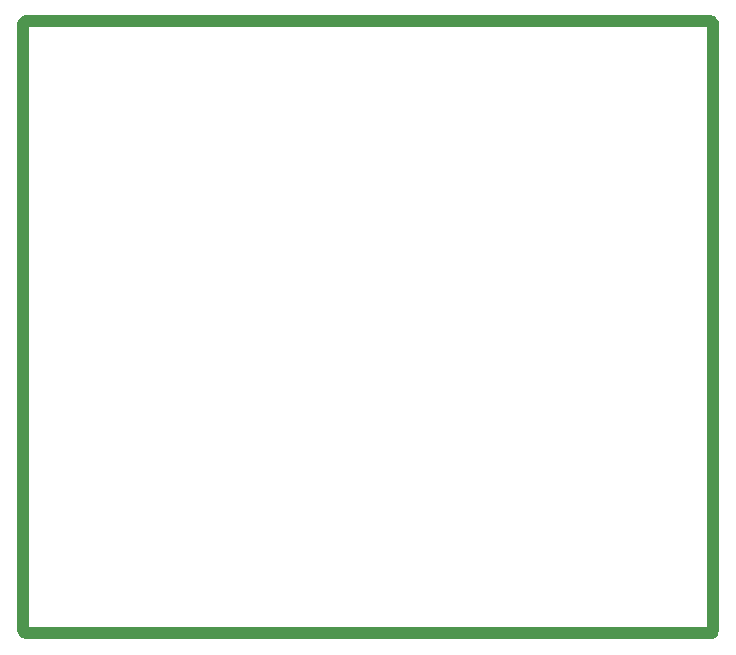
<source format=gm1>
G04*
G04 #@! TF.GenerationSoftware,Altium Limited,Altium Designer,22.9.1 (49)*
G04*
G04 Layer_Color=16711935*
%FSLAX25Y25*%
%MOIN*%
G70*
G04*
G04 #@! TF.SameCoordinates,98696D13-EABD-4F9F-9DF4-DD99C549A471*
G04*
G04*
G04 #@! TF.FilePolarity,Positive*
G04*
G01*
G75*
%ADD54C,0.03937*%
D54*
X230103Y202150D02*
G03*
X229103Y203150I-1000J0D01*
G01*
Y-1000D02*
G03*
X230103Y0I0J1000D01*
G01*
X1181Y203150D02*
G03*
X181Y202150I0J-1000D01*
G01*
Y0D02*
G03*
X1181Y-1000I1000J0D01*
G01*
X229103D01*
X1181Y203150D02*
X229103D01*
X230103Y0D02*
Y202150D01*
X181Y0D02*
Y202150D01*
M02*

</source>
